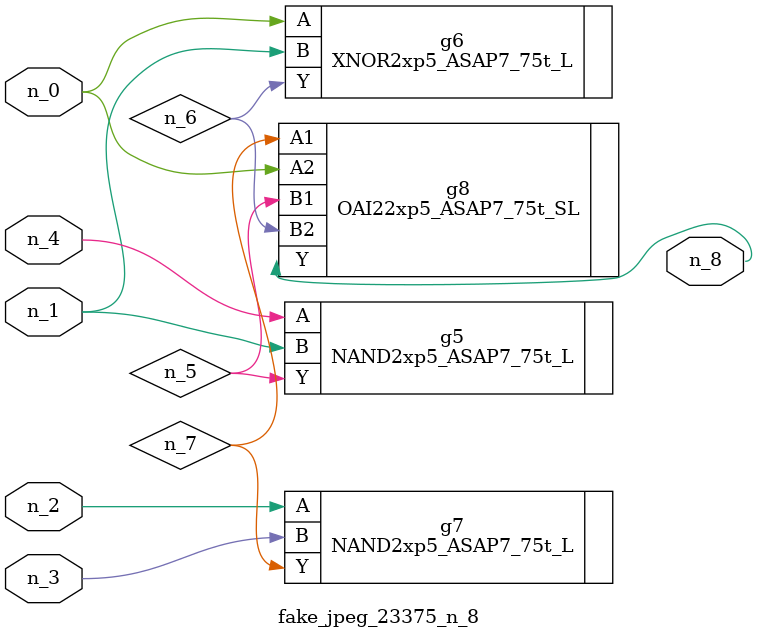
<source format=v>
module fake_jpeg_23375_n_8 (n_3, n_2, n_1, n_0, n_4, n_8);

input n_3;
input n_2;
input n_1;
input n_0;
input n_4;

output n_8;

wire n_6;
wire n_5;
wire n_7;

NAND2xp5_ASAP7_75t_L g5 ( 
.A(n_4),
.B(n_1),
.Y(n_5)
);

XNOR2xp5_ASAP7_75t_L g6 ( 
.A(n_0),
.B(n_1),
.Y(n_6)
);

NAND2xp5_ASAP7_75t_L g7 ( 
.A(n_2),
.B(n_3),
.Y(n_7)
);

OAI22xp5_ASAP7_75t_SL g8 ( 
.A1(n_7),
.A2(n_0),
.B1(n_5),
.B2(n_6),
.Y(n_8)
);


endmodule
</source>
